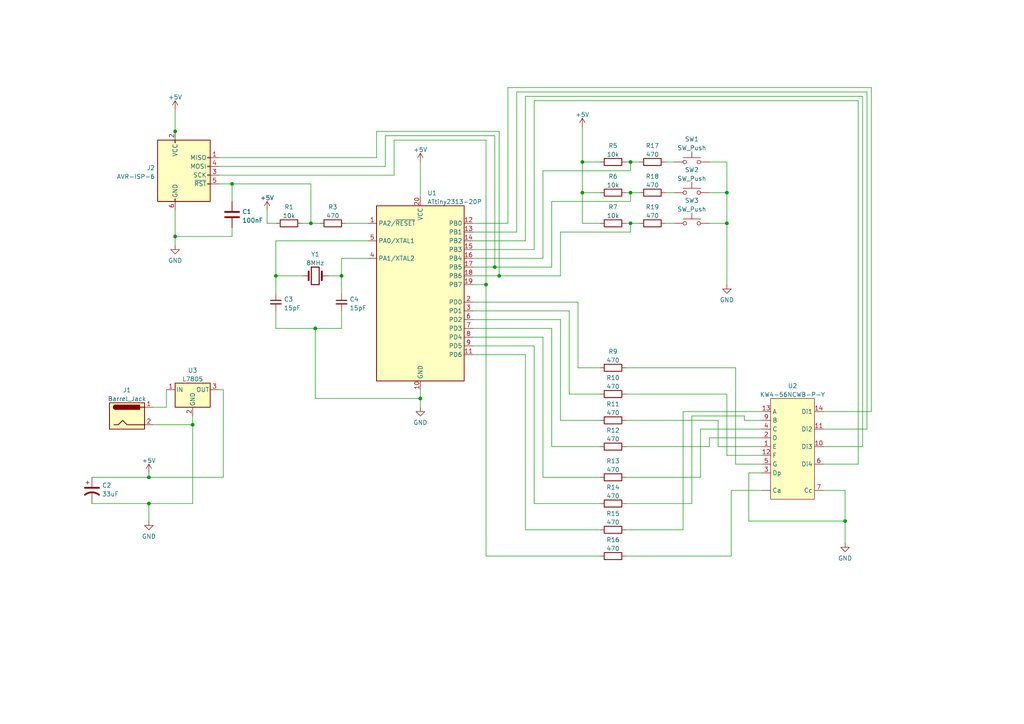
<source format=kicad_sch>
(kicad_sch (version 20230121) (generator eeschema)
  (paper "A4")
  (title_block (title "Simple Clock - ATTiny2313") (rev "2") (company "Out-of-Band Development") (comment 1 "Designer: Matthew Whited"))
  (lib_symbols
    (symbol "Connector:AVR-ISP-6" (pin_names (offset 1.016))
      (property "Reference" "J" (at -6.35 11.43 0))
      (property "Value" "AVR-ISP-6" (at 0 11.43 0))
      (symbol "AVR-ISP-6_0_1"
        (rectangle (start -2.667 -6.858) (end -2.413 -7.62))
        (rectangle (start -2.667 10.16) (end -2.413 9.398))
        (rectangle (start 7.62 -2.413) (end 6.858 -2.667))
        (rectangle (start 7.62 0.127) (end 6.858 -0.127))
        (rectangle (start 7.62 2.667) (end 6.858 2.413))
        (rectangle (start 7.62 5.207) (end 6.858 4.953))
        (rectangle (start 7.62 10.16) (end -7.62 -7.62) (stroke (width 0.254)) (fill (type background)))
      )
      (symbol "AVR-ISP-6_1_1"
        (pin passive line (at 10.16 5.08 180) (length 2.54) (name "MISO") (number "1"))
        (pin passive line (at -2.54 12.7 270) (length 2.54) (name "VCC") (number "2"))
        (pin passive line (at 10.16 0 180) (length 2.54) (name "SCK") (number "3"))
        (pin passive line (at 10.16 2.54 180) (length 2.54) (name "MOSI") (number "4"))
        (pin passive line (at 10.16 -2.54 180) (length 2.54) (name "~{RST}") (number "5"))
        (pin passive line (at -2.54 -10.16 90) (length 2.54) (name "GND") (number "6"))
      )
    )
    (symbol "Connector:Barrel_Jack" (pin_names (offset 1.016))
      (property "Reference" "J" (at 0 5.334 0))
      (property "Value" "Barrel_Jack" (at 0 -5.08 0))
      (symbol "Barrel_Jack_0_1"
        (rectangle (start -5.08 3.81) (end 5.08 -3.81) (stroke (width 0.254)) (fill (type background)))
        (arc (start -3.302 3.175) (mid -3.9343 2.54) (end -3.302 1.905) (stroke (width 0.254)))
        (arc (start -3.302 3.175) (mid -3.9343 2.54) (end -3.302 1.905) (stroke (width 0.254)) (fill (type outline)))
        (polyline (pts (xy 5.08 2.54) (xy 3.81 2.54)) (stroke (width 0.254)))
        (polyline (pts (xy -3.81 -2.54) (xy -2.54 -2.54) (xy -1.27 -1.27) (xy 0 -2.54) (xy 2.54 -2.54) (xy 5.08 -2.54)) (stroke (width 0.254)))
        (rectangle (start 3.683 3.175) (end -3.302 1.905) (stroke (width 0.254)) (fill (type outline)))
      )
      (symbol "Barrel_Jack_1_1"
        (pin passive line (at 7.62 2.54 180) (length 2.54) (name "~") (number "1"))
        (pin passive line (at 7.62 -2.54 180) (length 2.54) (name "~") (number "2"))
      )
    )
    (symbol "Device:C" (pin_numbers hide) (pin_names (offset 0.254))
      (property "Reference" "C" (at 0.635 2.54 0))
      (property "Value" "C" (at 0.635 -2.54 0))
      (symbol "C_0_1"
        (polyline (pts (xy -2.032 -0.762) (xy 2.032 -0.762)) (stroke (width 0.508)))
        (polyline (pts (xy -2.032 0.762) (xy 2.032 0.762)) (stroke (width 0.508)))
      )
      (symbol "C_1_1"
        (pin passive line (at 0 3.81 270) (length 2.794) (name "~") (number "1"))
        (pin passive line (at 0 -3.81 90) (length 2.794) (name "~") (number "2"))
      )
    )
    (symbol "Device:C_Polarized_US" (pin_numbers hide) (pin_names (offset 0.254) hide)
      (property "Reference" "C" (at 0.635 2.54 0))
      (property "Value" "C_Polarized_US" (at 0.635 -2.54 0))
      (symbol "C_Polarized_US_0_1"
        (polyline (pts (xy -2.032 0.762) (xy 2.032 0.762)) (stroke (width 0.508)))
        (polyline (pts (xy -1.778 2.286) (xy -0.762 2.286)))
        (polyline (pts (xy -1.27 1.778) (xy -1.27 2.794)))
        (arc (start 2.032 -1.27) (mid 0 -0.5572) (end -2.032 -1.27) (stroke (width 0.508)))
      )
      (symbol "C_Polarized_US_1_1"
        (pin passive line (at 0 3.81 270) (length 2.794) (name "~") (number "1"))
        (pin passive line (at 0 -3.81 90) (length 3.302) (name "~") (number "2"))
      )
    )
    (symbol "Device:C_Small" (pin_numbers hide) (pin_names (offset 0.254) hide)
      (property "Reference" "C" (at 0.254 1.778 0))
      (property "Value" "C_Small" (at 0.254 -2.032 0))
      (symbol "C_Small_0_1"
        (polyline (pts (xy -1.524 -0.508) (xy 1.524 -0.508)) (stroke (width 0.3302)))
        (polyline (pts (xy -1.524 0.508) (xy 1.524 0.508)) (stroke (width 0.3048)))
      )
      (symbol "C_Small_1_1"
        (pin passive line (at 0 2.54 270) (length 2.032) (name "~") (number "1"))
        (pin passive line (at 0 -2.54 90) (length 2.032) (name "~") (number "2"))
      )
    )
    (symbol "Device:Crystal" (pin_numbers hide) (pin_names (offset 1.016) hide)
      (property "Reference" "Y" (at 0 3.81 0))
      (property "Value" "Crystal" (at 0 -3.81 0))
      (symbol "Crystal_0_1"
        (rectangle (start -1.143 2.54) (end 1.143 -2.54) (stroke (width 0.3048)))
        (polyline (pts (xy -2.54 0) (xy -1.905 0)))
        (polyline (pts (xy -1.905 -1.27) (xy -1.905 1.27)) (stroke (width 0.508)))
        (polyline (pts (xy 1.905 -1.27) (xy 1.905 1.27)) (stroke (width 0.508)))
        (polyline (pts (xy 2.54 0) (xy 1.905 0)))
      )
      (symbol "Crystal_1_1"
        (pin passive line (at -3.81 0 0) (length 1.27) (name "1") (number "1"))
        (pin passive line (at 3.81 0 180) (length 1.27) (name "2") (number "2"))
      )
    )
    (symbol "Device:R" (pin_numbers hide) (pin_names (offset 0))
      (property "Reference" "R" (at 2.032 0 90))
      (property "Value" "R" (at 0 0 90))
      (symbol "R_0_1"
        (rectangle (start -1.016 -2.54) (end 1.016 2.54) (stroke (width 0.254)))
      )
      (symbol "R_1_1"
        (pin passive line (at 0 3.81 270) (length 1.27) (name "~") (number "1"))
        (pin passive line (at 0 -3.81 90) (length 1.27) (name "~") (number "2"))
      )
    )
    (symbol "MCU_Microchip_ATtiny:ATtiny2313-20P"
      (property "Reference" "U" (at -12.7 26.67 0))
      (property "Value" "ATtiny2313-20P" (at 2.54 -26.67 0))
      (symbol "ATtiny2313-20P_0_1"
        (rectangle (start -12.7 -25.4) (end 12.7 25.4) (stroke (width 0.254)) (fill (type background)))
      )
      (symbol "ATtiny2313-20P_1_1"
        (pin bidirectional line (at -15.24 20.32 0) (length 2.54) (name "PA2/~{RESET}") (number "1"))
        (pin power_in line (at 0 -27.94 90) (length 2.54) (name "GND") (number "10"))
        (pin bidirectional line (at 15.24 -17.78 180) (length 2.54) (name "PD6") (number "11"))
        (pin bidirectional line (at 15.24 20.32 180) (length 2.54) (name "PB0") (number "12"))
        (pin bidirectional line (at 15.24 17.78 180) (length 2.54) (name "PB1") (number "13"))
        (pin bidirectional line (at 15.24 15.24 180) (length 2.54) (name "PB2") (number "14"))
        (pin bidirectional line (at 15.24 12.7 180) (length 2.54) (name "PB3") (number "15"))
        (pin bidirectional line (at 15.24 10.16 180) (length 2.54) (name "PB4") (number "16"))
        (pin bidirectional line (at 15.24 7.62 180) (length 2.54) (name "PB5") (number "17"))
        (pin bidirectional line (at 15.24 5.08 180) (length 2.54) (name "PB6") (number "18"))
        (pin bidirectional line (at 15.24 2.54 180) (length 2.54) (name "PB7") (number "19"))
        (pin bidirectional line (at 15.24 -2.54 180) (length 2.54) (name "PD0") (number "2"))
        (pin power_in line (at 0 27.94 270) (length 2.54) (name "VCC") (number "20"))
        (pin bidirectional line (at 15.24 -5.08 180) (length 2.54) (name "PD1") (number "3"))
        (pin bidirectional line (at -15.24 10.16 0) (length 2.54) (name "PA1/XTAL2") (number "4"))
        (pin bidirectional line (at -15.24 15.24 0) (length 2.54) (name "PA0/XTAL1") (number "5"))
        (pin bidirectional line (at 15.24 -7.62 180) (length 2.54) (name "PD2") (number "6"))
        (pin bidirectional line (at 15.24 -10.16 180) (length 2.54) (name "PD3") (number "7"))
        (pin bidirectional line (at 15.24 -12.7 180) (length 2.54) (name "PD4") (number "8"))
        (pin bidirectional line (at 15.24 -15.24 180) (length 2.54) (name "PD5") (number "9"))
      )
    )
    (symbol "MyCustomSymbols:KW4-56NCWB-P-Y"
      (property "Reference" "U" (at 0 0 0))
      (property "Value" "KW4-56NCWB-P-Y" (at 0 -34.29 0))
      (symbol "KW4-56NCWB-P-Y_0_1"
        (rectangle (start -6.35 -2.54) (end 6.35 -31.75) (stroke (width 0.1524)) (fill (type background)))
      )
      (symbol "KW4-56NCWB-P-Y_1_1"
        (pin input line (at -8.89 -29.21 0) (length 2.54) (name "Ca") (number ""))
        (pin input line (at -8.89 -16.51 0) (length 2.54) (name "E") (number "1"))
        (pin input line (at 8.89 -16.51 180) (length 2.54) (name "Di3") (number "10"))
        (pin input line (at 8.89 -11.43 180) (length 2.54) (name "Di2") (number "11"))
        (pin input line (at -8.89 -19.05 0) (length 2.54) (name "F") (number "12"))
        (pin input line (at -8.89 -6.35 0) (length 2.54) (name "A") (number "13"))
        (pin input line (at 8.89 -6.35 180) (length 2.54) (name "Di1") (number "14"))
        (pin input line (at -8.89 -13.97 0) (length 2.54) (name "D") (number "2"))
        (pin input line (at -8.89 -24.13 0) (length 2.54) (name "Dp") (number "3"))
        (pin input line (at -8.89 -11.43 0) (length 2.54) (name "C") (number "4"))
        (pin input line (at -8.89 -21.59 0) (length 2.54) (name "G") (number "5"))
        (pin input line (at 8.89 -21.59 180) (length 2.54) (name "Di4") (number "6"))
        (pin input line (at 8.89 -29.21 180) (length 2.54) (name "Cc") (number "7"))
        (pin input line (at -8.89 -8.89 0) (length 2.54) (name "B") (number "9"))
      )
    )
    (symbol "Regulator_Linear:L7805" (pin_names (offset 0.254))
      (property "Reference" "U" (at -3.81 3.175 0))
      (property "Value" "L7805" (at 0 3.175 0))
      (symbol "L7805_0_1"
        (rectangle (start -5.08 1.905) (end 5.08 -5.08) (stroke (width 0.254)) (fill (type background)))
      )
      (symbol "L7805_1_1"
        (pin power_in line (at -7.62 0 0) (length 2.54) (name "IN") (number "1"))
        (pin power_in line (at 0 -7.62 90) (length 2.54) (name "GND") (number "2"))
        (pin power_out line (at 7.62 0 180) (length 2.54) (name "OUT") (number "3"))
      )
    )
    (symbol "Switch:SW_Push" (pin_numbers hide) (pin_names (offset 1.016) hide)
      (property "Reference" "SW" (at 1.27 2.54 0))
      (property "Value" "SW_Push" (at 0 -1.524 0))
      (symbol "SW_Push_0_1"
        (circle (center -2.032 0) (radius 0.508))
        (polyline (pts (xy 0 1.27) (xy 0 3.048)))
        (polyline (pts (xy 2.54 1.27) (xy -2.54 1.27)))
        (circle (center 2.032 0) (radius 0.508))
        (pin passive line (at -5.08 0 0) (length 2.54) (name "1") (number "1"))
        (pin passive line (at 5.08 0 180) (length 2.54) (name "2") (number "2"))
      )
    )
    (symbol "power:+5V" (power) (pin_names (offset 0))
      (property "Value" "+5V" (at 0 3.556 0))
      (symbol "+5V_0_1"
        (polyline (pts (xy -0.762 1.27) (xy 0 2.54)))
        (polyline (pts (xy 0 0) (xy 0 2.54)))
        (polyline (pts (xy 0 2.54) (xy 0.762 1.27)))
      )
      (symbol "+5V_1_1"
        (pin power_in line (at 0 0 90) (length 0) hide (name "+5V") (number "1"))
      )
    )
    (symbol "power:GND" (power) (pin_names (offset 0))
      (property "Value" "GND" (at 0 -3.81 0))
      (symbol "GND_0_1"
        (polyline (pts (xy 0 0) (xy 0 -1.27) (xy 1.27 -1.27) (xy 0 -2.54) (xy -1.27 -1.27) (xy 0 -1.27)))
      )
      (symbol "GND_1_1"
        (pin power_in line (at 0 0 270) (length 0) hide (name "GND") (number "1"))
      )
    )
  )
  (junction (at 50.8 68.58))
  (junction (at 121.92 115.57))
  (junction (at 168.91 55.88))
  (junction (at 90.17 64.77))
  (junction (at 99.06 80.01))
  (junction (at 182.88 55.88))
  (junction (at 50.8 38.1))
  (junction (at 80.01 80.01))
  (junction (at 182.88 64.77))
  (junction (at 91.44 95.25))
  (junction (at 140.97 82.55))
  (junction (at 144.78 80.01))
  (junction (at 143.51 77.47))
  (junction (at 55.88 123.19))
  (junction (at 43.18 138.43))
  (junction (at 245.11 151.13))
  (junction (at 67.31 53.34))
  (junction (at 210.82 64.77))
  (junction (at 182.88 46.99))
  (junction (at 168.91 46.99))
  (junction (at 210.82 55.88))
  (junction (at 43.18 146.05))
  (wire (pts (xy 77.47 64.77) (xy 80.01 64.77)))
  (wire (pts (xy 160.02 58.42) (xy 182.88 58.42)))
  (wire (pts (xy 48.26 118.11) (xy 48.26 113.03)))
  (wire (pts (xy 248.92 29.21) (xy 248.92 134.62)))
  (wire (pts (xy 77.47 60.96) (xy 77.47 64.77)))
  (wire (pts (xy 144.78 38.1) (xy 144.78 80.01)))
  (wire (pts (xy 50.8 31.75) (xy 50.8 38.1)))
  (wire (pts (xy 137.16 100.33) (xy 154.94 100.33)))
  (wire (pts (xy 213.36 106.68) (xy 213.36 134.62)))
  (wire (pts (xy 213.36 134.62) (xy 220.98 134.62)))
  (wire (pts (xy 245.11 151.13) (xy 245.11 157.48)))
  (wire (pts (xy 95.25 80.01) (xy 99.06 80.01)))
  (wire (pts (xy 154.94 146.05) (xy 173.99 146.05)))
  (wire (pts (xy 157.48 97.79) (xy 157.48 138.43)))
  (wire (pts (xy 181.61 55.88) (xy 182.88 55.88)))
  (wire (pts (xy 121.92 113.03) (xy 121.92 115.57)))
  (wire (pts (xy 137.16 82.55) (xy 140.97 82.55)))
  (wire (pts (xy 212.09 142.24) (xy 220.98 142.24)))
  (wire (pts (xy 205.74 64.77) (xy 210.82 64.77)))
  (wire (pts (xy 67.31 66.04) (xy 67.31 68.58)))
  (wire (pts (xy 193.04 55.88) (xy 195.58 55.88)))
  (wire (pts (xy 205.74 129.54) (xy 205.74 127)))
  (wire (pts (xy 63.5 53.34) (xy 67.31 53.34)))
  (wire (pts (xy 238.76 142.24) (xy 245.11 142.24)))
  (wire (pts (xy 55.88 123.19) (xy 55.88 146.05)))
  (wire (pts (xy 162.56 80.01) (xy 162.56 67.31)))
  (wire (pts (xy 182.88 64.77) (xy 185.42 64.77)))
  (wire (pts (xy 238.76 119.38) (xy 252.73 119.38)))
  (wire (pts (xy 165.1 114.3) (xy 173.99 114.3)))
  (wire (pts (xy 63.5 45.72) (xy 109.22 45.72)))
  (wire (pts (xy 111.76 39.37) (xy 143.51 39.37)))
  (wire (pts (xy 64.77 138.43) (xy 43.18 138.43)))
  (wire (pts (xy 162.56 67.31) (xy 182.88 67.31)))
  (wire (pts (xy 250.19 129.54) (xy 250.19 27.94)))
  (wire (pts (xy 149.86 67.31) (xy 149.86 26.67)))
  (wire (pts (xy 250.19 27.94) (xy 152.4 27.94)))
  (wire (pts (xy 152.4 153.67) (xy 173.99 153.67)))
  (wire (pts (xy 215.9 120.65) (xy 215.9 121.92)))
  (wire (pts (xy 99.06 80.01) (xy 99.06 74.93)))
  (wire (pts (xy 55.88 146.05) (xy 43.18 146.05)))
  (wire (pts (xy 173.99 64.77) (xy 168.91 64.77)))
  (wire (pts (xy 181.61 161.29) (xy 212.09 161.29)))
  (wire (pts (xy 26.67 146.05) (xy 43.18 146.05)))
  (wire (pts (xy 198.12 153.67) (xy 181.61 153.67)))
  (wire (pts (xy 50.8 38.1) (xy 50.8 40.64)))
  (wire (pts (xy 160.02 95.25) (xy 160.02 129.54)))
  (wire (pts (xy 251.46 26.67) (xy 251.46 124.46)))
  (wire (pts (xy 182.88 55.88) (xy 185.42 55.88)))
  (wire (pts (xy 149.86 26.67) (xy 251.46 26.67)))
  (wire (pts (xy 67.31 53.34) (xy 90.17 53.34)))
  (wire (pts (xy 26.67 138.43) (xy 43.18 138.43)))
  (wire (pts (xy 208.28 121.92) (xy 208.28 129.54)))
  (wire (pts (xy 217.17 151.13) (xy 245.11 151.13)))
  (wire (pts (xy 210.82 114.3) (xy 210.82 132.08)))
  (wire (pts (xy 154.94 29.21) (xy 248.92 29.21)))
  (wire (pts (xy 181.61 146.05) (xy 200.66 146.05)))
  (wire (pts (xy 205.74 127) (xy 220.98 127)))
  (wire (pts (xy 182.88 46.99) (xy 185.42 46.99)))
  (wire (pts (xy 137.16 77.47) (xy 143.51 77.47)))
  (wire (pts (xy 210.82 46.99) (xy 210.82 55.88)))
  (wire (pts (xy 91.44 95.25) (xy 99.06 95.25)))
  (wire (pts (xy 100.33 64.77) (xy 106.68 64.77)))
  (wire (pts (xy 168.91 55.88) (xy 168.91 46.99)))
  (wire (pts (xy 168.91 46.99) (xy 173.99 46.99)))
  (wire (pts (xy 167.64 87.63) (xy 167.64 106.68)))
  (wire (pts (xy 181.61 64.77) (xy 182.88 64.77)))
  (wire (pts (xy 91.44 115.57) (xy 121.92 115.57)))
  (wire (pts (xy 203.2 124.46) (xy 220.98 124.46)))
  (wire (pts (xy 63.5 48.26) (xy 111.76 48.26)))
  (wire (pts (xy 173.99 55.88) (xy 168.91 55.88)))
  (wire (pts (xy 80.01 80.01) (xy 87.63 80.01)))
  (wire (pts (xy 181.61 106.68) (xy 213.36 106.68)))
  (wire (pts (xy 168.91 36.83) (xy 168.91 46.99)))
  (wire (pts (xy 50.8 68.58) (xy 50.8 71.12)))
  (wire (pts (xy 137.16 102.87) (xy 152.4 102.87)))
  (wire (pts (xy 44.45 123.19) (xy 55.88 123.19)))
  (wire (pts (xy 109.22 38.1) (xy 144.78 38.1)))
  (wire (pts (xy 160.02 129.54) (xy 173.99 129.54)))
  (wire (pts (xy 220.98 119.38) (xy 198.12 119.38)))
  (wire (pts (xy 64.77 113.03) (xy 64.77 138.43)))
  (wire (pts (xy 162.56 92.71) (xy 162.56 121.92)))
  (wire (pts (xy 80.01 95.25) (xy 91.44 95.25)))
  (wire (pts (xy 44.45 118.11) (xy 48.26 118.11)))
  (wire (pts (xy 137.16 72.39) (xy 154.94 72.39)))
  (wire (pts (xy 154.94 100.33) (xy 154.94 146.05)))
  (wire (pts (xy 91.44 95.25) (xy 91.44 115.57)))
  (wire (pts (xy 111.76 48.26) (xy 111.76 39.37)))
  (wire (pts (xy 67.31 53.34) (xy 67.31 58.42)))
  (wire (pts (xy 251.46 124.46) (xy 238.76 124.46)))
  (wire (pts (xy 144.78 80.01) (xy 162.56 80.01)))
  (wire (pts (xy 210.82 132.08) (xy 220.98 132.08)))
  (wire (pts (xy 238.76 134.62) (xy 248.92 134.62)))
  (wire (pts (xy 210.82 55.88) (xy 210.82 64.77)))
  (wire (pts (xy 43.18 146.05) (xy 43.18 151.13)))
  (wire (pts (xy 147.32 25.4) (xy 147.32 64.77)))
  (wire (pts (xy 63.5 50.8) (xy 114.3 50.8)))
  (wire (pts (xy 182.88 67.31) (xy 182.88 64.77)))
  (wire (pts (xy 137.16 80.01) (xy 144.78 80.01)))
  (wire (pts (xy 203.2 138.43) (xy 203.2 124.46)))
  (wire (pts (xy 193.04 46.99) (xy 195.58 46.99)))
  (wire (pts (xy 137.16 92.71) (xy 162.56 92.71)))
  (wire (pts (xy 152.4 27.94) (xy 152.4 69.85)))
  (wire (pts (xy 143.51 77.47) (xy 160.02 77.47)))
  (wire (pts (xy 109.22 45.72) (xy 109.22 38.1)))
  (wire (pts (xy 167.64 106.68) (xy 173.99 106.68)))
  (wire (pts (xy 121.92 46.99) (xy 121.92 57.15)))
  (wire (pts (xy 182.88 58.42) (xy 182.88 55.88)))
  (wire (pts (xy 215.9 121.92) (xy 220.98 121.92)))
  (wire (pts (xy 80.01 95.25) (xy 80.01 90.17)))
  (wire (pts (xy 67.31 68.58) (xy 50.8 68.58)))
  (wire (pts (xy 205.74 55.88) (xy 210.82 55.88)))
  (wire (pts (xy 217.17 137.16) (xy 217.17 151.13)))
  (wire (pts (xy 137.16 87.63) (xy 167.64 87.63)))
  (wire (pts (xy 198.12 119.38) (xy 198.12 153.67)))
  (wire (pts (xy 90.17 64.77) (xy 92.71 64.77)))
  (wire (pts (xy 121.92 115.57) (xy 121.92 118.11)))
  (wire (pts (xy 200.66 120.65) (xy 215.9 120.65)))
  (wire (pts (xy 137.16 67.31) (xy 149.86 67.31)))
  (wire (pts (xy 140.97 161.29) (xy 173.99 161.29)))
  (wire (pts (xy 87.63 64.77) (xy 90.17 64.77)))
  (wire (pts (xy 90.17 53.34) (xy 90.17 64.77)))
  (wire (pts (xy 160.02 77.47) (xy 160.02 58.42)))
  (wire (pts (xy 205.74 46.99) (xy 210.82 46.99)))
  (wire (pts (xy 193.04 64.77) (xy 195.58 64.77)))
  (wire (pts (xy 99.06 74.93) (xy 106.68 74.93)))
  (wire (pts (xy 181.61 46.99) (xy 182.88 46.99)))
  (wire (pts (xy 210.82 64.77) (xy 210.82 82.55)))
  (wire (pts (xy 157.48 49.53) (xy 182.88 49.53)))
  (wire (pts (xy 181.61 114.3) (xy 210.82 114.3)))
  (wire (pts (xy 165.1 90.17) (xy 165.1 114.3)))
  (wire (pts (xy 114.3 40.64) (xy 140.97 40.64)))
  (wire (pts (xy 43.18 138.43) (xy 43.18 137.16)))
  (wire (pts (xy 137.16 95.25) (xy 160.02 95.25)))
  (wire (pts (xy 157.48 138.43) (xy 173.99 138.43)))
  (wire (pts (xy 212.09 161.29) (xy 212.09 142.24)))
  (wire (pts (xy 137.16 74.93) (xy 157.48 74.93)))
  (wire (pts (xy 154.94 72.39) (xy 154.94 29.21)))
  (wire (pts (xy 252.73 119.38) (xy 252.73 25.4)))
  (wire (pts (xy 181.61 129.54) (xy 205.74 129.54)))
  (wire (pts (xy 152.4 102.87) (xy 152.4 153.67)))
  (wire (pts (xy 50.8 60.96) (xy 50.8 68.58)))
  (wire (pts (xy 200.66 146.05) (xy 200.66 120.65)))
  (wire (pts (xy 55.88 120.65) (xy 55.88 123.19)))
  (wire (pts (xy 162.56 121.92) (xy 173.99 121.92)))
  (wire (pts (xy 252.73 25.4) (xy 147.32 25.4)))
  (wire (pts (xy 152.4 69.85) (xy 137.16 69.85)))
  (wire (pts (xy 157.48 74.93) (xy 157.48 49.53)))
  (wire (pts (xy 114.3 50.8) (xy 114.3 40.64)))
  (wire (pts (xy 245.11 142.24) (xy 245.11 151.13)))
  (wire (pts (xy 181.61 138.43) (xy 203.2 138.43)))
  (wire (pts (xy 80.01 85.09) (xy 80.01 80.01)))
  (wire (pts (xy 238.76 129.54) (xy 250.19 129.54)))
  (wire (pts (xy 137.16 97.79) (xy 157.48 97.79)))
  (wire (pts (xy 220.98 137.16) (xy 217.17 137.16)))
  (wire (pts (xy 140.97 161.29) (xy 140.97 82.55)))
  (wire (pts (xy 168.91 64.77) (xy 168.91 55.88)))
  (wire (pts (xy 99.06 90.17) (xy 99.06 95.25)))
  (wire (pts (xy 147.32 64.77) (xy 137.16 64.77)))
  (wire (pts (xy 80.01 80.01) (xy 80.01 69.85)))
  (wire (pts (xy 99.06 80.01) (xy 99.06 85.09)))
  (wire (pts (xy 137.16 90.17) (xy 165.1 90.17)))
  (wire (pts (xy 181.61 121.92) (xy 208.28 121.92)))
  (wire (pts (xy 63.5 113.03) (xy 64.77 113.03)))
  (wire (pts (xy 140.97 40.64) (xy 140.97 82.55)))
  (wire (pts (xy 182.88 49.53) (xy 182.88 46.99)))
  (wire (pts (xy 106.68 69.85) (xy 80.01 69.85)))
  (wire (pts (xy 143.51 39.37) (xy 143.51 77.47)))
  (wire (pts (xy 208.28 129.54) (xy 220.98 129.54)))
  (symbol (lib_id "Device:R") (at 177.8 153.67 90) (unit 1)
    (property "Reference" "R15" (at 177.8 148.9542 90))
    (property "Value" "470" (at 177.8 151.4911 90))
    (property "Footprint" "Resistor_THT:R_Axial_DIN0207_L6.3mm_D2.5mm_P10.16mm_Horizontal" (effects hide))
  )
  (symbol (lib_id "power:GND") (at 210.82 82.55 0) (unit 1)
    (property "Reference" "#PWR09" (effects hide))
    (property "Value" "GND" (at 210.82 86.9934 0))
  )
  (symbol (lib_id "Device:R") (at 177.8 129.54 90) (unit 1)
    (property "Reference" "R12" (at 177.8 124.8242 90))
    (property "Value" "470" (at 177.8 127.3611 90))
    (property "Footprint" "Resistor_THT:R_Axial_DIN0207_L6.3mm_D2.5mm_P10.16mm_Horizontal" (effects hide))
  )
  (symbol (lib_id "Device:R") (at 189.23 46.99 90) (unit 1)
    (property "Reference" "R17" (at 189.23 42.2742 90))
    (property "Value" "470" (at 189.23 44.8111 90))
    (property "Footprint" "Resistor_THT:R_Axial_DIN0207_L6.3mm_D2.5mm_P10.16mm_Horizontal" (effects hide))
  )
  (symbol (lib_id "power:+5V") (at 77.47 60.96 0) (unit 1)
    (property "Reference" "#PWR03" (effects hide))
    (property "Value" "+5V" (at 77.47 57.3842 0))
  )
  (symbol (lib_id "Switch:SW_Push") (at 200.66 64.77 0) (unit 1)
    (property "Reference" "SW3" (at 200.66 58.1492 0))
    (property "Value" "SW_Push" (at 200.66 60.6861 0))
    (property "Footprint" "Button_Switch_THT:SW_Tactile_Straight_KSA0Axx1LFTR" (effects hide))
  )
  (symbol (lib_id "power:+5V") (at 43.18 137.16 0) (unit 1)
    (property "Reference" "#PWR0102" (effects hide))
    (property "Value" "+5V" (at 43.18 133.5842 0))
  )
  (symbol (lib_id "Device:C_Small") (at 80.01 87.63 0) (unit 1)
    (property "Reference" "C3" (at 82.3341 86.8016 0) (effects (justify left)))
    (property "Value" "15pF" (at 82.3341 89.3385 0) (effects (justify left)))
  )
  (symbol (lib_id "Device:R") (at 177.8 161.29 90) (unit 1)
    (property "Reference" "R16" (at 177.8 156.5742 90))
    (property "Value" "470" (at 177.8 159.1111 90))
    (property "Footprint" "Resistor_THT:R_Axial_DIN0207_L6.3mm_D2.5mm_P10.16mm_Horizontal" (effects hide))
  )
  (symbol (lib_id "MyCustomSymbols:KW4-56NCWB-P-Y") (at 229.87 113.03 0) (unit 1)
    (property "Reference" "U2" (at 229.87 111.921 0))
    (property "Value" "KW4-56NCWB-P-Y" (at 229.87 114.4579 0))
    (property "Footprint" "MyCustomLibrary:4 Digit 7 Segment Display" (effects hide))
  )
  (symbol (lib_id "Device:R") (at 83.82 64.77 90) (unit 1)
    (property "Reference" "R1" (at 83.82 60.0542 90))
    (property "Value" "10k" (at 83.82 62.5911 90))
    (property "Footprint" "Resistor_THT:R_Axial_DIN0207_L6.3mm_D2.5mm_P10.16mm_Horizontal" (effects hide))
  )
  (symbol (lib_id "power:GND") (at 50.8 71.12 0) (unit 1)
    (property "Reference" "#PWR02" (effects hide))
    (property "Value" "GND" (at 50.8 75.5634 0))
  )
  (symbol (lib_id "Device:R") (at 177.8 138.43 90) (unit 1)
    (property "Reference" "R13" (at 177.8 133.7142 90))
    (property "Value" "470" (at 177.8 136.2511 90))
    (property "Footprint" "Resistor_THT:R_Axial_DIN0207_L6.3mm_D2.5mm_P10.16mm_Horizontal" (effects hide))
  )
  (symbol (lib_id "Device:R") (at 177.8 114.3 90) (unit 1)
    (property "Reference" "R10" (at 177.8 109.5842 90))
    (property "Value" "470" (at 177.8 112.1211 90))
    (property "Footprint" "Resistor_THT:R_Axial_DIN0207_L6.3mm_D2.5mm_P10.16mm_Horizontal" (effects hide))
  )
  (symbol (lib_id "power:GND") (at 121.92 118.11 0) (unit 1)
    (property "Reference" "#PWR05" (effects hide))
    (property "Value" "GND" (at 121.92 122.5534 0))
  )
  (symbol (lib_id "power:+5V") (at 121.92 46.99 0) (unit 1)
    (property "Reference" "#PWR04" (effects hide))
    (property "Value" "+5V" (at 121.92 43.4142 0))
  )
  (symbol (lib_id "Device:C_Polarized_US") (at 26.67 142.24 0) (unit 1)
    (property "Reference" "C2" (at 29.591 140.7703 0) (effects (justify left)))
    (property "Value" "33uF" (at 29.591 143.3072 0) (effects (justify left)))
    (property "Footprint" "Capacitor_THT:CP_Radial_D4.0mm_P2.00mm" (effects hide))
  )
  (symbol (lib_id "Device:R") (at 177.8 46.99 90) (unit 1)
    (property "Reference" "R5" (at 177.8 42.2742 90))
    (property "Value" "10k" (at 177.8 44.8111 90))
    (property "Footprint" "Resistor_THT:R_Axial_DIN0207_L6.3mm_D2.5mm_P10.16mm_Horizontal" (effects hide))
  )
  (symbol (lib_id "Device:R") (at 177.8 146.05 90) (unit 1)
    (property "Reference" "R14" (at 177.8 141.3342 90))
    (property "Value" "470" (at 177.8 143.8711 90))
    (property "Footprint" "Resistor_THT:R_Axial_DIN0207_L6.3mm_D2.5mm_P10.16mm_Horizontal" (effects hide))
  )
  (symbol (lib_id "Switch:SW_Push") (at 200.66 46.99 0) (unit 1)
    (property "Reference" "SW1" (at 200.66 40.3692 0))
    (property "Value" "SW_Push" (at 200.66 42.9061 0))
    (property "Footprint" "Button_Switch_THT:SW_Tactile_Straight_KSA0Axx1LFTR" (effects hide))
  )
  (symbol (lib_id "Switch:SW_Push") (at 200.66 55.88 0) (unit 1)
    (property "Reference" "SW2" (at 200.66 49.2592 0))
    (property "Value" "SW_Push" (at 200.66 51.7961 0))
    (property "Footprint" "Button_Switch_THT:SW_Tactile_Straight_KSA0Axx1LFTR" (effects hide))
  )
  (symbol (lib_id "Connector:Barrel_Jack") (at 36.83 120.65 0) (unit 1)
    (property "Reference" "J1" (at 36.83 113.1402 0))
    (property "Value" "Barrel_Jack" (at 36.83 115.6771 0))
  )
  (symbol (lib_id "Device:Crystal") (at 91.44 80.01 0) (unit 1)
    (property "Reference" "Y1" (at 91.44 73.7448 0))
    (property "Value" "8MHz" (at 91.44 76.2817 0))
  )
  (symbol (lib_id "Device:R") (at 189.23 64.77 90) (unit 1)
    (property "Reference" "R19" (at 189.23 60.0542 90))
    (property "Value" "470" (at 189.23 62.5911 90))
    (property "Footprint" "Resistor_THT:R_Axial_DIN0207_L6.3mm_D2.5mm_P10.16mm_Horizontal" (effects hide))
  )
  (symbol (lib_id "power:+5V") (at 50.8 31.75 0) (unit 1)
    (property "Reference" "#PWR01" (effects hide))
    (property "Value" "+5V" (at 50.8 28.1742 0))
  )
  (symbol (lib_id "Device:R") (at 177.8 106.68 90) (unit 1)
    (property "Reference" "R9" (at 177.8 101.9642 90))
    (property "Value" "470" (at 177.8 104.5011 90))
    (property "Footprint" "Resistor_THT:R_Axial_DIN0207_L6.3mm_D2.5mm_P10.16mm_Horizontal" (effects hide))
  )
  (symbol (lib_id "Device:C_Small") (at 99.06 87.63 0) (unit 1)
    (property "Reference" "C4" (at 101.3841 86.8016 0) (effects (justify left)))
    (property "Value" "15pF" (at 101.3841 89.3385 0) (effects (justify left)))
  )
  (symbol (lib_id "power:GND") (at 43.18 151.13 0) (unit 1)
    (property "Reference" "#PWR0101" (effects hide))
    (property "Value" "GND" (at 43.18 155.5734 0))
  )
  (symbol (lib_id "Connector:AVR-ISP-6") (at 53.34 50.8 0) (unit 1)
    (property "Reference" "J2" (at 44.9581 48.6953 0) (effects (justify right)))
    (property "Value" "AVR-ISP-6" (at 44.9581 51.2322 0) (effects (justify right)))
    (property "Footprint" "Connector_PinHeader_2.54mm:PinHeader_2x03_P2.54mm_Vertical" (effects hide))
    (property "Datasheet" " ~" (effects hide))
  )
  (symbol (lib_id "Device:R") (at 177.8 55.88 90) (unit 1)
    (property "Reference" "R6" (at 177.8 51.1642 90))
    (property "Value" "10k" (at 177.8 53.7011 90))
    (property "Footprint" "Resistor_THT:R_Axial_DIN0207_L6.3mm_D2.5mm_P10.16mm_Horizontal" (effects hide))
  )
  (symbol (lib_id "Device:R") (at 177.8 64.77 90) (unit 1)
    (property "Reference" "R7" (at 177.8 60.0542 90))
    (property "Value" "10k" (at 177.8 62.5911 90))
    (property "Footprint" "Resistor_THT:R_Axial_DIN0207_L6.3mm_D2.5mm_P10.16mm_Horizontal" (effects hide))
  )
  (symbol (lib_id "Device:R") (at 189.23 55.88 90) (unit 1)
    (property "Reference" "R18" (at 189.23 51.1642 90))
    (property "Value" "470" (at 189.23 53.7011 90))
    (property "Footprint" "Resistor_THT:R_Axial_DIN0207_L6.3mm_D2.5mm_P10.16mm_Horizontal" (effects hide))
  )
  (symbol (lib_id "Device:C") (at 67.31 62.23 0) (unit 1)
    (property "Reference" "C1" (at 70.231 61.3953 0) (effects (justify left)))
    (property "Value" "100nF" (at 70.231 63.9322 0) (effects (justify left)))
    (property "Footprint" "Capacitor_THT:C_Disc_D3.0mm_W2.0mm_P2.50mm" (effects hide))
  )
  (symbol (lib_id "MCU_Microchip_ATtiny:ATtiny2313-20P") (at 121.92 85.09 0) (unit 1)
    (property "Reference" "U1" (at 123.9394 55.9902 0) (effects (justify left)))
    (property "Value" "ATtiny2313-20P" (at 123.9394 58.5271 0) (effects (justify left)))
    (property "Footprint" "Package_DIP:DIP-20_W7.62mm" (effects hide))
    (property "Datasheet" "http://ww1.microchip.com/downloads/en/DeviceDoc/Atmel-2543-AVR-ATtiny2313_Datasheet.pdf" (effects hide))
  )
  (symbol (lib_id "Device:R") (at 96.52 64.77 90) (unit 1)
    (property "Reference" "R3" (at 96.52 60.0542 90))
    (property "Value" "470" (at 96.52 62.5911 90))
    (property "Footprint" "Resistor_THT:R_Axial_DIN0207_L6.3mm_D2.5mm_P10.16mm_Horizontal" (effects hide))
  )
  (symbol (lib_id "Device:R") (at 177.8 121.92 90) (unit 1)
    (property "Reference" "R11" (at 177.8 117.2042 90))
    (property "Value" "470" (at 177.8 119.7411 90))
    (property "Footprint" "Resistor_THT:R_Axial_DIN0207_L6.3mm_D2.5mm_P10.16mm_Horizontal" (effects hide))
  )
  (symbol (lib_id "Regulator_Linear:L7805") (at 55.88 113.03 0) (unit 1)
    (property "Reference" "U3" (at 55.88 107.4252 0))
    (property "Value" "L7805" (at 55.88 109.9621 0))
    (property "Datasheet" "http://www.st.com/content/ccc/resource/technical/document/datasheet/41/4f/b3/b0/12/d4/47/88/CD00000444.pdf/files/CD00000444.pdf/jcr:content/translations/en.CD00000444.pdf" (effects hide))
  )
  (symbol (lib_id "power:GND") (at 245.11 157.48 0) (unit 1)
    (property "Reference" "#PWR010" (effects hide))
    (property "Value" "GND" (at 245.11 161.9234 0))
  )
  (symbol (lib_id "power:+5V") (at 168.91 36.83 0) (unit 1)
    (property "Reference" "#PWR08" (effects hide))
    (property "Value" "+5V" (at 168.91 33.2542 0))
  )
)
</source>
